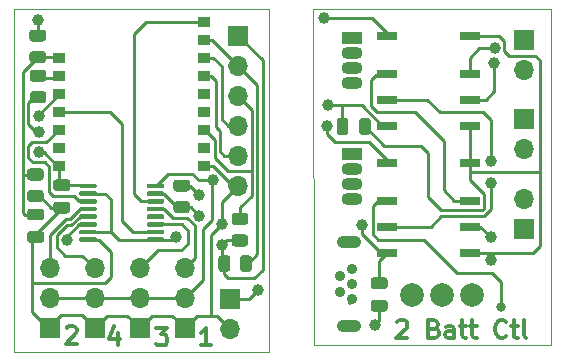
<source format=gbr>
%TF.GenerationSoftware,KiCad,Pcbnew,(5.1.7)-1*%
%TF.CreationDate,2021-06-20T23:27:28+01:00*%
%TF.ProjectId,RcDev,52634465-762e-46b6-9963-61645f706362,rev?*%
%TF.SameCoordinates,Original*%
%TF.FileFunction,Copper,L1,Top*%
%TF.FilePolarity,Positive*%
%FSLAX46Y46*%
G04 Gerber Fmt 4.6, Leading zero omitted, Abs format (unit mm)*
G04 Created by KiCad (PCBNEW (5.1.7)-1) date 2021-06-20 23:27:28*
%MOMM*%
%LPD*%
G01*
G04 APERTURE LIST*
%TA.AperFunction,Profile*%
%ADD10C,0.050000*%
%TD*%
%TA.AperFunction,NonConductor*%
%ADD11C,0.300000*%
%TD*%
%TA.AperFunction,ComponentPad*%
%ADD12O,1.700000X1.700000*%
%TD*%
%TA.AperFunction,ComponentPad*%
%ADD13R,1.700000X1.700000*%
%TD*%
%TA.AperFunction,ComponentPad*%
%ADD14C,2.000000*%
%TD*%
%TA.AperFunction,ComponentPad*%
%ADD15C,0.900000*%
%TD*%
%TA.AperFunction,ComponentPad*%
%ADD16O,2.050000X1.050000*%
%TD*%
%TA.AperFunction,ComponentPad*%
%ADD17O,1.800000X1.070000*%
%TD*%
%TA.AperFunction,ComponentPad*%
%ADD18R,1.800000X1.070000*%
%TD*%
%TA.AperFunction,SMDPad,CuDef*%
%ADD19R,1.800000X0.800000*%
%TD*%
%TA.AperFunction,SMDPad,CuDef*%
%ADD20R,1.000000X0.900000*%
%TD*%
%TA.AperFunction,ViaPad*%
%ADD21C,1.000000*%
%TD*%
%TA.AperFunction,ViaPad*%
%ADD22C,0.800000*%
%TD*%
%TA.AperFunction,Conductor*%
%ADD23C,0.250000*%
%TD*%
G04 APERTURE END LIST*
D10*
X131038600Y-50292000D02*
X151130000Y-50292000D01*
X105689400Y-50266600D02*
X105664000Y-79349600D01*
X127254000Y-50292000D02*
X105689400Y-50266600D01*
X127279400Y-79349600D02*
X127254000Y-50292000D01*
X105664000Y-79349600D02*
X127279400Y-79349600D01*
X131064000Y-78765400D02*
X131038600Y-50292000D01*
X151130000Y-78740000D02*
X131064000Y-78765400D01*
X151130000Y-50292000D02*
X151130000Y-78740000D01*
D11*
X114484114Y-77707371D02*
X114484114Y-78707371D01*
X114126971Y-77135942D02*
X113769828Y-78207371D01*
X114698400Y-78207371D01*
X117737000Y-77283571D02*
X118665571Y-77283571D01*
X118165571Y-77855000D01*
X118379857Y-77855000D01*
X118522714Y-77926428D01*
X118594142Y-77997857D01*
X118665571Y-78140714D01*
X118665571Y-78497857D01*
X118594142Y-78640714D01*
X118522714Y-78712142D01*
X118379857Y-78783571D01*
X117951285Y-78783571D01*
X117808428Y-78712142D01*
X117737000Y-78640714D01*
X110137628Y-77274028D02*
X110209057Y-77202600D01*
X110351914Y-77131171D01*
X110709057Y-77131171D01*
X110851914Y-77202600D01*
X110923342Y-77274028D01*
X110994771Y-77416885D01*
X110994771Y-77559742D01*
X110923342Y-77774028D01*
X110066200Y-78631171D01*
X110994771Y-78631171D01*
X122348571Y-78783571D02*
X121491428Y-78783571D01*
X121920000Y-78783571D02*
X121920000Y-77283571D01*
X121777142Y-77497857D01*
X121634285Y-77640714D01*
X121491428Y-77712142D01*
X138132228Y-76791428D02*
X138203657Y-76720000D01*
X138346514Y-76648571D01*
X138703657Y-76648571D01*
X138846514Y-76720000D01*
X138917942Y-76791428D01*
X138989371Y-76934285D01*
X138989371Y-77077142D01*
X138917942Y-77291428D01*
X138060800Y-78148571D01*
X138989371Y-78148571D01*
X141275085Y-77362857D02*
X141489371Y-77434285D01*
X141560800Y-77505714D01*
X141632228Y-77648571D01*
X141632228Y-77862857D01*
X141560800Y-78005714D01*
X141489371Y-78077142D01*
X141346514Y-78148571D01*
X140775085Y-78148571D01*
X140775085Y-76648571D01*
X141275085Y-76648571D01*
X141417942Y-76720000D01*
X141489371Y-76791428D01*
X141560800Y-76934285D01*
X141560800Y-77077142D01*
X141489371Y-77220000D01*
X141417942Y-77291428D01*
X141275085Y-77362857D01*
X140775085Y-77362857D01*
X142917942Y-78148571D02*
X142917942Y-77362857D01*
X142846514Y-77220000D01*
X142703657Y-77148571D01*
X142417942Y-77148571D01*
X142275085Y-77220000D01*
X142917942Y-78077142D02*
X142775085Y-78148571D01*
X142417942Y-78148571D01*
X142275085Y-78077142D01*
X142203657Y-77934285D01*
X142203657Y-77791428D01*
X142275085Y-77648571D01*
X142417942Y-77577142D01*
X142775085Y-77577142D01*
X142917942Y-77505714D01*
X143417942Y-77148571D02*
X143989371Y-77148571D01*
X143632228Y-76648571D02*
X143632228Y-77934285D01*
X143703657Y-78077142D01*
X143846514Y-78148571D01*
X143989371Y-78148571D01*
X144275085Y-77148571D02*
X144846514Y-77148571D01*
X144489371Y-76648571D02*
X144489371Y-77934285D01*
X144560800Y-78077142D01*
X144703657Y-78148571D01*
X144846514Y-78148571D01*
X147346514Y-78005714D02*
X147275085Y-78077142D01*
X147060800Y-78148571D01*
X146917942Y-78148571D01*
X146703657Y-78077142D01*
X146560800Y-77934285D01*
X146489371Y-77791428D01*
X146417942Y-77505714D01*
X146417942Y-77291428D01*
X146489371Y-77005714D01*
X146560800Y-76862857D01*
X146703657Y-76720000D01*
X146917942Y-76648571D01*
X147060800Y-76648571D01*
X147275085Y-76720000D01*
X147346514Y-76791428D01*
X147775085Y-77148571D02*
X148346514Y-77148571D01*
X147989371Y-76648571D02*
X147989371Y-77934285D01*
X148060800Y-78077142D01*
X148203657Y-78148571D01*
X148346514Y-78148571D01*
X149060800Y-78148571D02*
X148917942Y-78077142D01*
X148846514Y-77934285D01*
X148846514Y-76648571D01*
D12*
%TO.P,J9,2*%
%TO.N,/2+*%
X148869400Y-66395600D03*
D13*
%TO.P,J9,1*%
%TO.N,/2-*%
X148869400Y-68935600D03*
%TD*%
D12*
%TO.P,J6,2*%
%TO.N,/O-*%
X148844000Y-55499000D03*
D13*
%TO.P,J6,1*%
%TO.N,/O+*%
X148844000Y-52959000D03*
%TD*%
%TO.P,J10,1*%
%TO.N,Net-(J10-Pad1)*%
X123977400Y-74828400D03*
D12*
%TO.P,J10,2*%
%TO.N,GND*%
X123977400Y-77368400D03*
%TD*%
D14*
%TO.P,SW1,3*%
%TO.N,N/C*%
X139369800Y-74498200D03*
%TO.P,SW1,2*%
%TO.N,Net-(K2-Pad2)*%
X141909800Y-74498200D03*
%TO.P,SW1,1*%
%TO.N,/O+*%
X144449800Y-74498200D03*
%TD*%
D15*
%TO.P,J7,4*%
%TO.N,N/C*%
X133291500Y-74246500D03*
%TO.P,J7,2*%
X133291500Y-72946500D03*
%TO.P,J7,5*%
%TO.N,GND1*%
X134291500Y-74896500D03*
%TO.P,J7,1*%
%TO.N,Net-(J7-Pad1)*%
X134291500Y-72296500D03*
%TO.P,J7,3*%
%TO.N,N/C*%
X134291500Y-73596500D03*
D16*
%TO.P,J7,6*%
%TO.N,GND1*%
X134021500Y-77171500D03*
X134021500Y-70021500D03*
%TD*%
D17*
%TO.P,D2,4*%
%TO.N,N/C*%
X134289800Y-66421000D03*
%TO.P,D2,3*%
%TO.N,Net-(D2-Pad3)*%
X134289800Y-65151000D03*
%TO.P,D2,2*%
%TO.N,Net-(D2-Pad2)*%
X134289800Y-63881000D03*
D18*
%TO.P,D2,1*%
%TO.N,Net-(D2-Pad1)*%
X134289800Y-62611000D03*
%TD*%
%TO.P,R4,2*%
%TO.N,/Flash*%
%TA.AperFunction,SMDPad,CuDef*%
G36*
G01*
X125265601Y-68586400D02*
X124365599Y-68586400D01*
G75*
G02*
X124115600Y-68336401I0J249999D01*
G01*
X124115600Y-67811399D01*
G75*
G02*
X124365599Y-67561400I249999J0D01*
G01*
X125265601Y-67561400D01*
G75*
G02*
X125515600Y-67811399I0J-249999D01*
G01*
X125515600Y-68336401D01*
G75*
G02*
X125265601Y-68586400I-249999J0D01*
G01*
G37*
%TD.AperFunction*%
%TO.P,R4,1*%
%TO.N,+3V3*%
%TA.AperFunction,SMDPad,CuDef*%
G36*
G01*
X125265601Y-70411400D02*
X124365599Y-70411400D01*
G75*
G02*
X124115600Y-70161401I0J249999D01*
G01*
X124115600Y-69636399D01*
G75*
G02*
X124365599Y-69386400I249999J0D01*
G01*
X125265601Y-69386400D01*
G75*
G02*
X125515600Y-69636399I0J-249999D01*
G01*
X125515600Y-70161401D01*
G75*
G02*
X125265601Y-70411400I-249999J0D01*
G01*
G37*
%TD.AperFunction*%
%TD*%
D12*
%TO.P,J5,3*%
%TO.N,/CH1*%
X120142000Y-72263000D03*
%TO.P,J5,2*%
%TO.N,+BATT*%
X120142000Y-74803000D03*
D13*
%TO.P,J5,1*%
%TO.N,GND*%
X120142000Y-77343000D03*
%TD*%
%TO.P,R5,2*%
%TO.N,/RST*%
%TA.AperFunction,SMDPad,CuDef*%
G36*
G01*
X124809200Y-72306601D02*
X124809200Y-71406599D01*
G75*
G02*
X125059199Y-71156600I249999J0D01*
G01*
X125584201Y-71156600D01*
G75*
G02*
X125834200Y-71406599I0J-249999D01*
G01*
X125834200Y-72306601D01*
G75*
G02*
X125584201Y-72556600I-249999J0D01*
G01*
X125059199Y-72556600D01*
G75*
G02*
X124809200Y-72306601I0J249999D01*
G01*
G37*
%TD.AperFunction*%
%TO.P,R5,1*%
%TO.N,+3V3*%
%TA.AperFunction,SMDPad,CuDef*%
G36*
G01*
X122984200Y-72306601D02*
X122984200Y-71406599D01*
G75*
G02*
X123234199Y-71156600I249999J0D01*
G01*
X123759201Y-71156600D01*
G75*
G02*
X124009200Y-71406599I0J-249999D01*
G01*
X124009200Y-72306601D01*
G75*
G02*
X123759201Y-72556600I-249999J0D01*
G01*
X123234199Y-72556600D01*
G75*
G02*
X122984200Y-72306601I0J249999D01*
G01*
G37*
%TD.AperFunction*%
%TD*%
%TO.P,U1,16*%
%TO.N,+BATT*%
%TA.AperFunction,SMDPad,CuDef*%
G36*
G01*
X116933000Y-65389000D02*
X116933000Y-65189000D01*
G75*
G02*
X117033000Y-65089000I100000J0D01*
G01*
X118308000Y-65089000D01*
G75*
G02*
X118408000Y-65189000I0J-100000D01*
G01*
X118408000Y-65389000D01*
G75*
G02*
X118308000Y-65489000I-100000J0D01*
G01*
X117033000Y-65489000D01*
G75*
G02*
X116933000Y-65389000I0J100000D01*
G01*
G37*
%TD.AperFunction*%
%TO.P,U1,15*%
%TO.N,Net-(R1-Pad2)*%
%TA.AperFunction,SMDPad,CuDef*%
G36*
G01*
X116933000Y-66039000D02*
X116933000Y-65839000D01*
G75*
G02*
X117033000Y-65739000I100000J0D01*
G01*
X118308000Y-65739000D01*
G75*
G02*
X118408000Y-65839000I0J-100000D01*
G01*
X118408000Y-66039000D01*
G75*
G02*
X118308000Y-66139000I-100000J0D01*
G01*
X117033000Y-66139000D01*
G75*
G02*
X116933000Y-66039000I0J100000D01*
G01*
G37*
%TD.AperFunction*%
%TO.P,U1,14*%
%TO.N,Net-(U1-Pad14)*%
%TA.AperFunction,SMDPad,CuDef*%
G36*
G01*
X116933000Y-66689000D02*
X116933000Y-66489000D01*
G75*
G02*
X117033000Y-66389000I100000J0D01*
G01*
X118308000Y-66389000D01*
G75*
G02*
X118408000Y-66489000I0J-100000D01*
G01*
X118408000Y-66689000D01*
G75*
G02*
X118308000Y-66789000I-100000J0D01*
G01*
X117033000Y-66789000D01*
G75*
G02*
X116933000Y-66689000I0J100000D01*
G01*
G37*
%TD.AperFunction*%
%TO.P,U1,13*%
%TO.N,/CH1*%
%TA.AperFunction,SMDPad,CuDef*%
G36*
G01*
X116933000Y-67339000D02*
X116933000Y-67139000D01*
G75*
G02*
X117033000Y-67039000I100000J0D01*
G01*
X118308000Y-67039000D01*
G75*
G02*
X118408000Y-67139000I0J-100000D01*
G01*
X118408000Y-67339000D01*
G75*
G02*
X118308000Y-67439000I-100000J0D01*
G01*
X117033000Y-67439000D01*
G75*
G02*
X116933000Y-67339000I0J100000D01*
G01*
G37*
%TD.AperFunction*%
%TO.P,U1,12*%
%TO.N,N/C*%
%TA.AperFunction,SMDPad,CuDef*%
G36*
G01*
X116933000Y-67989000D02*
X116933000Y-67789000D01*
G75*
G02*
X117033000Y-67689000I100000J0D01*
G01*
X118308000Y-67689000D01*
G75*
G02*
X118408000Y-67789000I0J-100000D01*
G01*
X118408000Y-67989000D01*
G75*
G02*
X118308000Y-68089000I-100000J0D01*
G01*
X117033000Y-68089000D01*
G75*
G02*
X116933000Y-67989000I0J100000D01*
G01*
G37*
%TD.AperFunction*%
%TO.P,U1,11*%
%TO.N,/CH3*%
%TA.AperFunction,SMDPad,CuDef*%
G36*
G01*
X116933000Y-68639000D02*
X116933000Y-68439000D01*
G75*
G02*
X117033000Y-68339000I100000J0D01*
G01*
X118308000Y-68339000D01*
G75*
G02*
X118408000Y-68439000I0J-100000D01*
G01*
X118408000Y-68639000D01*
G75*
G02*
X118308000Y-68739000I-100000J0D01*
G01*
X117033000Y-68739000D01*
G75*
G02*
X116933000Y-68639000I0J100000D01*
G01*
G37*
%TD.AperFunction*%
%TO.P,U1,10*%
%TO.N,Net-(U1-Pad10)*%
%TA.AperFunction,SMDPad,CuDef*%
G36*
G01*
X116933000Y-69289000D02*
X116933000Y-69089000D01*
G75*
G02*
X117033000Y-68989000I100000J0D01*
G01*
X118308000Y-68989000D01*
G75*
G02*
X118408000Y-69089000I0J-100000D01*
G01*
X118408000Y-69289000D01*
G75*
G02*
X118308000Y-69389000I-100000J0D01*
G01*
X117033000Y-69389000D01*
G75*
G02*
X116933000Y-69289000I0J100000D01*
G01*
G37*
%TD.AperFunction*%
%TO.P,U1,9*%
%TO.N,Net-(R1-Pad2)*%
%TA.AperFunction,SMDPad,CuDef*%
G36*
G01*
X116933000Y-69939000D02*
X116933000Y-69739000D01*
G75*
G02*
X117033000Y-69639000I100000J0D01*
G01*
X118308000Y-69639000D01*
G75*
G02*
X118408000Y-69739000I0J-100000D01*
G01*
X118408000Y-69939000D01*
G75*
G02*
X118308000Y-70039000I-100000J0D01*
G01*
X117033000Y-70039000D01*
G75*
G02*
X116933000Y-69939000I0J100000D01*
G01*
G37*
%TD.AperFunction*%
%TO.P,U1,8*%
%TO.N,GND*%
%TA.AperFunction,SMDPad,CuDef*%
G36*
G01*
X111208000Y-69939000D02*
X111208000Y-69739000D01*
G75*
G02*
X111308000Y-69639000I100000J0D01*
G01*
X112583000Y-69639000D01*
G75*
G02*
X112683000Y-69739000I0J-100000D01*
G01*
X112683000Y-69939000D01*
G75*
G02*
X112583000Y-70039000I-100000J0D01*
G01*
X111308000Y-70039000D01*
G75*
G02*
X111208000Y-69939000I0J100000D01*
G01*
G37*
%TD.AperFunction*%
%TO.P,U1,7*%
%TO.N,Net-(R1-Pad2)*%
%TA.AperFunction,SMDPad,CuDef*%
G36*
G01*
X111208000Y-69289000D02*
X111208000Y-69089000D01*
G75*
G02*
X111308000Y-68989000I100000J0D01*
G01*
X112583000Y-68989000D01*
G75*
G02*
X112683000Y-69089000I0J-100000D01*
G01*
X112683000Y-69289000D01*
G75*
G02*
X112583000Y-69389000I-100000J0D01*
G01*
X111308000Y-69389000D01*
G75*
G02*
X111208000Y-69289000I0J100000D01*
G01*
G37*
%TD.AperFunction*%
%TO.P,U1,6*%
%TO.N,Net-(U1-Pad6)*%
%TA.AperFunction,SMDPad,CuDef*%
G36*
G01*
X111208000Y-68639000D02*
X111208000Y-68439000D01*
G75*
G02*
X111308000Y-68339000I100000J0D01*
G01*
X112583000Y-68339000D01*
G75*
G02*
X112683000Y-68439000I0J-100000D01*
G01*
X112683000Y-68639000D01*
G75*
G02*
X112583000Y-68739000I-100000J0D01*
G01*
X111308000Y-68739000D01*
G75*
G02*
X111208000Y-68639000I0J100000D01*
G01*
G37*
%TD.AperFunction*%
%TO.P,U1,5*%
%TO.N,/CH4*%
%TA.AperFunction,SMDPad,CuDef*%
G36*
G01*
X111208000Y-67989000D02*
X111208000Y-67789000D01*
G75*
G02*
X111308000Y-67689000I100000J0D01*
G01*
X112583000Y-67689000D01*
G75*
G02*
X112683000Y-67789000I0J-100000D01*
G01*
X112683000Y-67989000D01*
G75*
G02*
X112583000Y-68089000I-100000J0D01*
G01*
X111308000Y-68089000D01*
G75*
G02*
X111208000Y-67989000I0J100000D01*
G01*
G37*
%TD.AperFunction*%
%TO.P,U1,4*%
%TO.N,/CH2*%
%TA.AperFunction,SMDPad,CuDef*%
G36*
G01*
X111208000Y-67339000D02*
X111208000Y-67139000D01*
G75*
G02*
X111308000Y-67039000I100000J0D01*
G01*
X112583000Y-67039000D01*
G75*
G02*
X112683000Y-67139000I0J-100000D01*
G01*
X112683000Y-67339000D01*
G75*
G02*
X112583000Y-67439000I-100000J0D01*
G01*
X111308000Y-67439000D01*
G75*
G02*
X111208000Y-67339000I0J100000D01*
G01*
G37*
%TD.AperFunction*%
%TO.P,U1,3*%
%TO.N,Net-(U1-Pad3)*%
%TA.AperFunction,SMDPad,CuDef*%
G36*
G01*
X111208000Y-66689000D02*
X111208000Y-66489000D01*
G75*
G02*
X111308000Y-66389000I100000J0D01*
G01*
X112583000Y-66389000D01*
G75*
G02*
X112683000Y-66489000I0J-100000D01*
G01*
X112683000Y-66689000D01*
G75*
G02*
X112583000Y-66789000I-100000J0D01*
G01*
X111308000Y-66789000D01*
G75*
G02*
X111208000Y-66689000I0J100000D01*
G01*
G37*
%TD.AperFunction*%
%TO.P,U1,2*%
%TO.N,Net-(R1-Pad2)*%
%TA.AperFunction,SMDPad,CuDef*%
G36*
G01*
X111208000Y-66039000D02*
X111208000Y-65839000D01*
G75*
G02*
X111308000Y-65739000I100000J0D01*
G01*
X112583000Y-65739000D01*
G75*
G02*
X112683000Y-65839000I0J-100000D01*
G01*
X112683000Y-66039000D01*
G75*
G02*
X112583000Y-66139000I-100000J0D01*
G01*
X111308000Y-66139000D01*
G75*
G02*
X111208000Y-66039000I0J100000D01*
G01*
G37*
%TD.AperFunction*%
%TO.P,U1,1*%
%TO.N,+3V3*%
%TA.AperFunction,SMDPad,CuDef*%
G36*
G01*
X111208000Y-65389000D02*
X111208000Y-65189000D01*
G75*
G02*
X111308000Y-65089000I100000J0D01*
G01*
X112583000Y-65089000D01*
G75*
G02*
X112683000Y-65189000I0J-100000D01*
G01*
X112683000Y-65389000D01*
G75*
G02*
X112583000Y-65489000I-100000J0D01*
G01*
X111308000Y-65489000D01*
G75*
G02*
X111208000Y-65389000I0J100000D01*
G01*
G37*
%TD.AperFunction*%
%TD*%
%TO.P,R6,2*%
%TO.N,GND*%
%TA.AperFunction,SMDPad,CuDef*%
G36*
G01*
X107042799Y-65627200D02*
X107942801Y-65627200D01*
G75*
G02*
X108192800Y-65877199I0J-249999D01*
G01*
X108192800Y-66402201D01*
G75*
G02*
X107942801Y-66652200I-249999J0D01*
G01*
X107042799Y-66652200D01*
G75*
G02*
X106792800Y-66402201I0J249999D01*
G01*
X106792800Y-65877199D01*
G75*
G02*
X107042799Y-65627200I249999J0D01*
G01*
G37*
%TD.AperFunction*%
%TO.P,R6,1*%
%TO.N,Net-(C7-Pad1)*%
%TA.AperFunction,SMDPad,CuDef*%
G36*
G01*
X107042799Y-63802200D02*
X107942801Y-63802200D01*
G75*
G02*
X108192800Y-64052199I0J-249999D01*
G01*
X108192800Y-64577201D01*
G75*
G02*
X107942801Y-64827200I-249999J0D01*
G01*
X107042799Y-64827200D01*
G75*
G02*
X106792800Y-64577201I0J249999D01*
G01*
X106792800Y-64052199D01*
G75*
G02*
X107042799Y-63802200I249999J0D01*
G01*
G37*
%TD.AperFunction*%
%TD*%
%TO.P,R3,2*%
%TO.N,Net-(R3-Pad2)*%
%TA.AperFunction,SMDPad,CuDef*%
G36*
G01*
X108171401Y-56470600D02*
X107271399Y-56470600D01*
G75*
G02*
X107021400Y-56220601I0J249999D01*
G01*
X107021400Y-55695599D01*
G75*
G02*
X107271399Y-55445600I249999J0D01*
G01*
X108171401Y-55445600D01*
G75*
G02*
X108421400Y-55695599I0J-249999D01*
G01*
X108421400Y-56220601D01*
G75*
G02*
X108171401Y-56470600I-249999J0D01*
G01*
G37*
%TD.AperFunction*%
%TO.P,R3,1*%
%TO.N,+3V3*%
%TA.AperFunction,SMDPad,CuDef*%
G36*
G01*
X108171401Y-58295600D02*
X107271399Y-58295600D01*
G75*
G02*
X107021400Y-58045601I0J249999D01*
G01*
X107021400Y-57520599D01*
G75*
G02*
X107271399Y-57270600I249999J0D01*
G01*
X108171401Y-57270600D01*
G75*
G02*
X108421400Y-57520599I0J-249999D01*
G01*
X108421400Y-58045601D01*
G75*
G02*
X108171401Y-58295600I-249999J0D01*
G01*
G37*
%TD.AperFunction*%
%TD*%
%TO.P,R2,2*%
%TO.N,Net-(C7-Pad1)*%
%TA.AperFunction,SMDPad,CuDef*%
G36*
G01*
X107245999Y-53867000D02*
X108146001Y-53867000D01*
G75*
G02*
X108396000Y-54116999I0J-249999D01*
G01*
X108396000Y-54642001D01*
G75*
G02*
X108146001Y-54892000I-249999J0D01*
G01*
X107245999Y-54892000D01*
G75*
G02*
X106996000Y-54642001I0J249999D01*
G01*
X106996000Y-54116999D01*
G75*
G02*
X107245999Y-53867000I249999J0D01*
G01*
G37*
%TD.AperFunction*%
%TO.P,R2,1*%
%TO.N,Net-(J10-Pad1)*%
%TA.AperFunction,SMDPad,CuDef*%
G36*
G01*
X107245999Y-52042000D02*
X108146001Y-52042000D01*
G75*
G02*
X108396000Y-52291999I0J-249999D01*
G01*
X108396000Y-52817001D01*
G75*
G02*
X108146001Y-53067000I-249999J0D01*
G01*
X107245999Y-53067000D01*
G75*
G02*
X106996000Y-52817001I0J249999D01*
G01*
X106996000Y-52291999D01*
G75*
G02*
X107245999Y-52042000I249999J0D01*
G01*
G37*
%TD.AperFunction*%
%TD*%
%TO.P,R1,2*%
%TO.N,Net-(R1-Pad2)*%
%TA.AperFunction,SMDPad,CuDef*%
G36*
G01*
X119437999Y-66567000D02*
X120338001Y-66567000D01*
G75*
G02*
X120588000Y-66816999I0J-249999D01*
G01*
X120588000Y-67342001D01*
G75*
G02*
X120338001Y-67592000I-249999J0D01*
G01*
X119437999Y-67592000D01*
G75*
G02*
X119188000Y-67342001I0J249999D01*
G01*
X119188000Y-66816999D01*
G75*
G02*
X119437999Y-66567000I249999J0D01*
G01*
G37*
%TD.AperFunction*%
%TO.P,R1,1*%
%TO.N,+3V3*%
%TA.AperFunction,SMDPad,CuDef*%
G36*
G01*
X119437999Y-64742000D02*
X120338001Y-64742000D01*
G75*
G02*
X120588000Y-64991999I0J-249999D01*
G01*
X120588000Y-65517001D01*
G75*
G02*
X120338001Y-65767000I-249999J0D01*
G01*
X119437999Y-65767000D01*
G75*
G02*
X119188000Y-65517001I0J249999D01*
G01*
X119188000Y-64991999D01*
G75*
G02*
X119437999Y-64742000I249999J0D01*
G01*
G37*
%TD.AperFunction*%
%TD*%
D19*
%TO.P,K2,1*%
%TO.N,Net-(J7-Pad1)*%
X137279500Y-63319500D03*
%TO.P,K2,2*%
%TO.N,Net-(K2-Pad2)*%
X137279500Y-66519500D03*
%TO.P,K2,3*%
%TO.N,/2+*%
X137279500Y-68719500D03*
%TO.P,K2,4*%
%TO.N,Net-(C5-Pad1)*%
X137279500Y-70919500D03*
%TO.P,K2,5*%
%TO.N,GND1*%
X144279500Y-70919500D03*
%TO.P,K2,6*%
%TO.N,/2-*%
X144279500Y-68719500D03*
%TO.P,K2,7*%
%TO.N,Net-(K1-Pad2)*%
X144279500Y-66519500D03*
%TO.P,K2,8*%
%TO.N,GND1*%
X144279500Y-63319500D03*
%TD*%
%TO.P,K1,1*%
%TO.N,Net-(J7-Pad1)*%
X137279500Y-52588000D03*
%TO.P,K1,2*%
%TO.N,Net-(K1-Pad2)*%
X137279500Y-55788000D03*
%TO.P,K1,3*%
%TO.N,/1+*%
X137279500Y-57988000D03*
%TO.P,K1,4*%
%TO.N,Net-(C3-Pad1)*%
X137279500Y-60188000D03*
%TO.P,K1,5*%
%TO.N,GND1*%
X144279500Y-60188000D03*
%TO.P,K1,6*%
%TO.N,/1-*%
X144279500Y-57988000D03*
%TO.P,K1,7*%
%TO.N,/O-*%
X144279500Y-55788000D03*
%TO.P,K1,8*%
%TO.N,GND1*%
X144279500Y-52588000D03*
%TD*%
D12*
%TO.P,J8,2*%
%TO.N,/1+*%
X148869400Y-62179200D03*
D13*
%TO.P,J8,1*%
%TO.N,/1-*%
X148869400Y-59639200D03*
%TD*%
D12*
%TO.P,J4,3*%
%TO.N,/CH2*%
X108712000Y-72263000D03*
%TO.P,J4,2*%
%TO.N,+BATT*%
X108712000Y-74803000D03*
D13*
%TO.P,J4,1*%
%TO.N,GND*%
X108712000Y-77343000D03*
%TD*%
D12*
%TO.P,J2,3*%
%TO.N,/CH3*%
X116332000Y-72263000D03*
%TO.P,J2,2*%
%TO.N,+BATT*%
X116332000Y-74803000D03*
D13*
%TO.P,J2,1*%
%TO.N,GND*%
X116332000Y-77343000D03*
%TD*%
D12*
%TO.P,J1,3*%
%TO.N,/CH4*%
X112522000Y-72263000D03*
%TO.P,J1,2*%
%TO.N,+BATT*%
X112522000Y-74803000D03*
D13*
%TO.P,J1,1*%
%TO.N,GND*%
X112522000Y-77343000D03*
%TD*%
D17*
%TO.P,D1,4*%
%TO.N,N/C*%
X134289800Y-56565800D03*
%TO.P,D1,3*%
%TO.N,Net-(D1-Pad3)*%
X134289800Y-55295800D03*
%TO.P,D1,2*%
%TO.N,Net-(D1-Pad2)*%
X134289800Y-54025800D03*
D18*
%TO.P,D1,1*%
%TO.N,Net-(D1-Pad1)*%
X134289800Y-52755800D03*
%TD*%
%TO.P,C5,2*%
%TO.N,GND1*%
%TA.AperFunction,SMDPad,CuDef*%
G36*
G01*
X136126200Y-74922800D02*
X137076200Y-74922800D01*
G75*
G02*
X137326200Y-75172800I0J-250000D01*
G01*
X137326200Y-75672800D01*
G75*
G02*
X137076200Y-75922800I-250000J0D01*
G01*
X136126200Y-75922800D01*
G75*
G02*
X135876200Y-75672800I0J250000D01*
G01*
X135876200Y-75172800D01*
G75*
G02*
X136126200Y-74922800I250000J0D01*
G01*
G37*
%TD.AperFunction*%
%TO.P,C5,1*%
%TO.N,Net-(C5-Pad1)*%
%TA.AperFunction,SMDPad,CuDef*%
G36*
G01*
X136126200Y-73022800D02*
X137076200Y-73022800D01*
G75*
G02*
X137326200Y-73272800I0J-250000D01*
G01*
X137326200Y-73772800D01*
G75*
G02*
X137076200Y-74022800I-250000J0D01*
G01*
X136126200Y-74022800D01*
G75*
G02*
X135876200Y-73772800I0J250000D01*
G01*
X135876200Y-73272800D01*
G75*
G02*
X136126200Y-73022800I250000J0D01*
G01*
G37*
%TD.AperFunction*%
%TD*%
%TO.P,C3,2*%
%TO.N,GND1*%
%TA.AperFunction,SMDPad,CuDef*%
G36*
G01*
X134892200Y-60723800D02*
X134892200Y-59773800D01*
G75*
G02*
X135142200Y-59523800I250000J0D01*
G01*
X135642200Y-59523800D01*
G75*
G02*
X135892200Y-59773800I0J-250000D01*
G01*
X135892200Y-60723800D01*
G75*
G02*
X135642200Y-60973800I-250000J0D01*
G01*
X135142200Y-60973800D01*
G75*
G02*
X134892200Y-60723800I0J250000D01*
G01*
G37*
%TD.AperFunction*%
%TO.P,C3,1*%
%TO.N,Net-(C3-Pad1)*%
%TA.AperFunction,SMDPad,CuDef*%
G36*
G01*
X132992200Y-60723800D02*
X132992200Y-59773800D01*
G75*
G02*
X133242200Y-59523800I250000J0D01*
G01*
X133742200Y-59523800D01*
G75*
G02*
X133992200Y-59773800I0J-250000D01*
G01*
X133992200Y-60723800D01*
G75*
G02*
X133742200Y-60973800I-250000J0D01*
G01*
X133242200Y-60973800D01*
G75*
G02*
X132992200Y-60723800I0J250000D01*
G01*
G37*
%TD.AperFunction*%
%TD*%
%TO.P,C2,2*%
%TO.N,GND*%
%TA.AperFunction,SMDPad,CuDef*%
G36*
G01*
X109253000Y-66617000D02*
X110203000Y-66617000D01*
G75*
G02*
X110453000Y-66867000I0J-250000D01*
G01*
X110453000Y-67367000D01*
G75*
G02*
X110203000Y-67617000I-250000J0D01*
G01*
X109253000Y-67617000D01*
G75*
G02*
X109003000Y-67367000I0J250000D01*
G01*
X109003000Y-66867000D01*
G75*
G02*
X109253000Y-66617000I250000J0D01*
G01*
G37*
%TD.AperFunction*%
%TO.P,C2,1*%
%TO.N,+3V3*%
%TA.AperFunction,SMDPad,CuDef*%
G36*
G01*
X109253000Y-64717000D02*
X110203000Y-64717000D01*
G75*
G02*
X110453000Y-64967000I0J-250000D01*
G01*
X110453000Y-65467000D01*
G75*
G02*
X110203000Y-65717000I-250000J0D01*
G01*
X109253000Y-65717000D01*
G75*
G02*
X109003000Y-65467000I0J250000D01*
G01*
X109003000Y-64967000D01*
G75*
G02*
X109253000Y-64717000I250000J0D01*
G01*
G37*
%TD.AperFunction*%
%TD*%
D20*
%TO.P,U2,7*%
%TO.N,+3V3*%
X109474000Y-63563500D03*
%TO.P,U2,6*%
%TO.N,N/C*%
X109474000Y-62039500D03*
%TO.P,U2,5*%
%TO.N,Net-(U1-Pad3)*%
X109474000Y-60515500D03*
%TO.P,U2,4*%
%TO.N,Net-(U1-Pad10)*%
X109474000Y-58991500D03*
%TO.P,U2,3*%
%TO.N,Net-(U1-Pad6)*%
X109474000Y-57467500D03*
%TO.P,U2,2*%
%TO.N,Net-(R3-Pad2)*%
X109474000Y-55943500D03*
%TO.P,U2,1*%
%TO.N,Net-(C7-Pad1)*%
X109474000Y-54419500D03*
%TO.P,U2,8*%
%TO.N,GND*%
X121793000Y-63563500D03*
%TO.P,U2,9*%
%TO.N,N/C*%
X121793000Y-62039500D03*
%TO.P,U2,10*%
%TO.N,/Flash*%
X121793000Y-60515500D03*
%TO.P,U2,11*%
%TO.N,N/C*%
X121793000Y-58991500D03*
%TO.P,U2,12*%
X121793000Y-57467500D03*
%TO.P,U2,13*%
%TO.N,/Rx*%
X121793000Y-55943500D03*
%TO.P,U2,14*%
%TO.N,/Tx*%
X121793000Y-54419500D03*
%TO.P,U2,15*%
%TO.N,/RST*%
X121793000Y-52895500D03*
%TO.P,U2,16*%
%TO.N,Net-(U1-Pad14)*%
X121793000Y-51371500D03*
%TD*%
D13*
%TO.P,J3,1*%
%TO.N,+3V3*%
X124650500Y-52578000D03*
D12*
%TO.P,J3,2*%
%TO.N,/RST*%
X124650500Y-55118000D03*
%TO.P,J3,3*%
%TO.N,/Flash*%
X124650500Y-57658000D03*
%TO.P,J3,4*%
%TO.N,/Tx*%
X124650500Y-60198000D03*
%TO.P,J3,5*%
%TO.N,/Rx*%
X124650500Y-62738000D03*
%TO.P,J3,6*%
%TO.N,GND*%
X124650500Y-65278000D03*
%TD*%
%TO.P,C7,1*%
%TO.N,Net-(C7-Pad1)*%
%TA.AperFunction,SMDPad,CuDef*%
G36*
G01*
X107043200Y-67206200D02*
X107993200Y-67206200D01*
G75*
G02*
X108243200Y-67456200I0J-250000D01*
G01*
X108243200Y-67956200D01*
G75*
G02*
X107993200Y-68206200I-250000J0D01*
G01*
X107043200Y-68206200D01*
G75*
G02*
X106793200Y-67956200I0J250000D01*
G01*
X106793200Y-67456200D01*
G75*
G02*
X107043200Y-67206200I250000J0D01*
G01*
G37*
%TD.AperFunction*%
%TO.P,C7,2*%
%TO.N,GND*%
%TA.AperFunction,SMDPad,CuDef*%
G36*
G01*
X107043200Y-69106200D02*
X107993200Y-69106200D01*
G75*
G02*
X108243200Y-69356200I0J-250000D01*
G01*
X108243200Y-69856200D01*
G75*
G02*
X107993200Y-70106200I-250000J0D01*
G01*
X107043200Y-70106200D01*
G75*
G02*
X106793200Y-69856200I0J250000D01*
G01*
X106793200Y-69356200D01*
G75*
G02*
X107043200Y-69106200I250000J0D01*
G01*
G37*
%TD.AperFunction*%
%TD*%
D21*
%TO.N,GND*%
X123269156Y-68526253D03*
%TO.N,+3V3*%
X123317000Y-70307206D03*
X121361200Y-66065402D03*
X107772200Y-62406811D03*
X107772196Y-60756800D03*
%TO.N,Net-(C3-Pad1)*%
X132247705Y-58464686D03*
%TO.N,Net-(C5-Pad1)*%
X135178798Y-68554600D03*
%TO.N,+BATT*%
X122529238Y-64794894D03*
%TO.N,Net-(J7-Pad1)*%
X131927600Y-51054000D03*
X132181600Y-60248800D03*
D22*
%TO.N,Net-(K2-Pad2)*%
X146888200Y-75514200D03*
D21*
%TO.N,Net-(R1-Pad2)*%
X119380000Y-69596000D03*
X121361200Y-67792600D03*
%TO.N,Net-(U1-Pad6)*%
X110185200Y-69824600D03*
X107825401Y-59381155D03*
%TO.N,/1+*%
X146075400Y-63169800D03*
%TO.N,/1-*%
X146354800Y-54864002D03*
%TO.N,/2+*%
X146075400Y-64998600D03*
%TO.N,/2-*%
X146075400Y-69646800D03*
%TO.N,GND1*%
X136245600Y-77063600D03*
X146075402Y-71577200D03*
%TO.N,Net-(J10-Pad1)*%
X126314200Y-74066400D03*
X107696000Y-51257200D03*
%TO.N,/O-*%
X146380200Y-53644800D03*
%TD*%
D23*
%TO.N,GND*%
X112892000Y-69839000D02*
X111945500Y-69839000D01*
X113919000Y-70866000D02*
X112892000Y-69839000D01*
X113919000Y-73025000D02*
X113919000Y-70866000D01*
X113411000Y-73533000D02*
X113919000Y-73025000D01*
X107188000Y-73533000D02*
X113411000Y-73533000D01*
X123269156Y-66659344D02*
X123269156Y-68526253D01*
X124650500Y-65278000D02*
X123269156Y-66659344D01*
X122543000Y-63563500D02*
X124257500Y-65278000D01*
X124257500Y-65278000D02*
X124650500Y-65278000D01*
X121793000Y-63563500D02*
X122543000Y-63563500D01*
X123269156Y-68526253D02*
X122326400Y-69469009D01*
X108712000Y-77343000D02*
X108712000Y-77139800D01*
X108712000Y-77139800D02*
X109626400Y-76225400D01*
X111404400Y-76225400D02*
X112522000Y-77343000D01*
X109626400Y-76225400D02*
X111404400Y-76225400D01*
X112522000Y-77343000D02*
X112522000Y-77317600D01*
X112522000Y-77317600D02*
X113538000Y-76301600D01*
X115290600Y-76301600D02*
X116332000Y-77343000D01*
X113538000Y-76301600D02*
X115290600Y-76301600D01*
X116332000Y-77343000D02*
X116332000Y-77317600D01*
X116332000Y-77317600D02*
X117373400Y-76276200D01*
X117373400Y-76276200D02*
X119075200Y-76276200D01*
X119075200Y-76276200D02*
X120142000Y-77343000D01*
X107492800Y-66139700D02*
X107846500Y-66139700D01*
X108823800Y-67117000D02*
X109728000Y-67117000D01*
X107846500Y-66139700D02*
X108823800Y-67117000D01*
X107518200Y-69326800D02*
X107518200Y-69606200D01*
X109728000Y-67117000D02*
X107518200Y-69326800D01*
X107188000Y-69936400D02*
X107518200Y-69606200D01*
X107188000Y-73914000D02*
X107188000Y-69936400D01*
X107188000Y-73533000D02*
X107188000Y-73914000D01*
X122326400Y-69469009D02*
X122326400Y-74295000D01*
X122326400Y-74295000D02*
X122326400Y-76301600D01*
X121183400Y-76301600D02*
X120142000Y-77343000D01*
X122910600Y-76301600D02*
X123977400Y-77368400D01*
X121932700Y-76301600D02*
X122910600Y-76301600D01*
X122326400Y-76301600D02*
X121932700Y-76301600D01*
X121932700Y-76301600D02*
X121183400Y-76301600D01*
X108572300Y-77343000D02*
X107188000Y-75958700D01*
X108712000Y-77343000D02*
X108572300Y-77343000D01*
X107188000Y-73914000D02*
X107188000Y-75958700D01*
%TO.N,+3V3*%
X109982000Y-64963000D02*
X109728000Y-65217000D01*
X111873500Y-65217000D02*
X111945500Y-65289000D01*
X109728000Y-65217000D02*
X111873500Y-65217000D01*
X123340500Y-71731500D02*
X123317000Y-71755000D01*
X106870999Y-58379501D02*
X106870999Y-60071499D01*
X106870999Y-58252501D02*
X106870999Y-60071499D01*
X107188000Y-57935500D02*
X106870999Y-58252501D01*
X109474000Y-64963000D02*
X109728000Y-65217000D01*
X109474000Y-63563500D02*
X109474000Y-64963000D01*
X123445900Y-71629900D02*
X123317000Y-71501000D01*
X123317000Y-71501000D02*
X123317000Y-71755000D01*
X123317000Y-70104000D02*
X123317000Y-71501000D01*
X124650500Y-52578000D02*
X126725521Y-54653021D01*
X124815600Y-69898900D02*
X123725306Y-69898900D01*
X123725306Y-69898900D02*
X123317000Y-70307206D01*
X123317000Y-70294500D02*
X123317000Y-70307206D01*
X123420500Y-70191000D02*
X123317000Y-70294500D01*
X119888000Y-65254500D02*
X120550298Y-65254500D01*
X120550298Y-65254500D02*
X121361200Y-66065402D01*
X123496700Y-71856600D02*
X123496700Y-72772900D01*
X123496700Y-72772900D02*
X123774200Y-73050400D01*
X126044642Y-73050400D02*
X126725521Y-72369521D01*
X123774200Y-73050400D02*
X126044642Y-73050400D01*
X126725521Y-54653021D02*
X126725521Y-72369521D01*
X107556300Y-60756800D02*
X107772196Y-60756800D01*
X106870999Y-60071499D02*
X107556300Y-60756800D01*
X107772200Y-62406811D02*
X108203011Y-62406811D01*
X109359700Y-63563500D02*
X109474000Y-63563500D01*
X108203011Y-62406811D02*
X109359700Y-63563500D01*
%TO.N,Net-(C3-Pad1)*%
X133492200Y-58506400D02*
X133533914Y-58464686D01*
X133492200Y-60248800D02*
X133492200Y-58506400D01*
X133533914Y-58464686D02*
X132247705Y-58464686D01*
X135111686Y-58464686D02*
X134930914Y-58464686D01*
X135146276Y-58464686D02*
X136869590Y-60188000D01*
X133851886Y-58464686D02*
X135146276Y-58464686D01*
X136869590Y-60188000D02*
X137279500Y-60188000D01*
X134930914Y-58464686D02*
X133851886Y-58464686D01*
X133851886Y-58464686D02*
X133533914Y-58464686D01*
%TO.N,Net-(C5-Pad1)*%
X135178798Y-69318798D02*
X135178798Y-68554600D01*
X136779500Y-70919500D02*
X135178798Y-69318798D01*
X137279500Y-70919500D02*
X136779500Y-70919500D01*
X136601200Y-71597800D02*
X137279500Y-70919500D01*
X136601200Y-73522800D02*
X136601200Y-71597800D01*
%TO.N,+BATT*%
X108712000Y-74803000D02*
X112522000Y-74803000D01*
X112522000Y-74803000D02*
X116332000Y-74803000D01*
X116332000Y-74803000D02*
X120142000Y-74803000D01*
X120777000Y-64262000D02*
X121309894Y-64794894D01*
X121309894Y-64794894D02*
X122529238Y-64794894D01*
X117670500Y-65289000D02*
X118697500Y-64262000D01*
X118697500Y-64262000D02*
X120777000Y-64262000D01*
X121031000Y-73914000D02*
X120142000Y-74803000D01*
X121666000Y-73279000D02*
X121031000Y-73914000D01*
X121666000Y-68961000D02*
X121666000Y-73279000D01*
X122444155Y-64879977D02*
X122444155Y-68182845D01*
X122444155Y-68182845D02*
X121666000Y-68961000D01*
X122529238Y-64794894D02*
X122444155Y-64879977D01*
%TO.N,/Flash*%
X124650500Y-57658000D02*
X125825501Y-58833001D01*
X121793000Y-60515500D02*
X121843000Y-60515500D01*
X122682000Y-61354500D02*
X122682000Y-62890400D01*
X121843000Y-60515500D02*
X122682000Y-61354500D01*
X122682000Y-62890400D02*
X123799600Y-64008000D01*
X124815600Y-67106800D02*
X125825501Y-66096899D01*
X124815600Y-68073900D02*
X124815600Y-67106800D01*
X123799600Y-64008000D02*
X125730000Y-64008000D01*
X125825501Y-64103501D02*
X125825501Y-66096899D01*
X125730000Y-64008000D02*
X125825501Y-64103501D01*
X125825501Y-58833001D02*
X125825501Y-64103501D01*
%TO.N,/RST*%
X122428000Y-52895500D02*
X124650500Y-55118000D01*
X121793000Y-52895500D02*
X122428000Y-52895500D01*
X124650500Y-55118000D02*
X126275511Y-56743011D01*
X125501400Y-71856600D02*
X126275511Y-71082489D01*
X125321700Y-71856600D02*
X125501400Y-71856600D01*
X126275511Y-56743011D02*
X126275511Y-71082489D01*
%TO.N,Net-(J7-Pad1)*%
X137279500Y-52588000D02*
X137279500Y-52341900D01*
X135991600Y-51054000D02*
X131927600Y-51054000D01*
X137279500Y-52341900D02*
X135991600Y-51054000D01*
X137279500Y-63319500D02*
X137279500Y-63111500D01*
X137279500Y-63111500D02*
X135737600Y-61569600D01*
X132181600Y-60921900D02*
X132829300Y-61569600D01*
X132181600Y-60248800D02*
X132181600Y-60921900D01*
X135737600Y-61569600D02*
X132829300Y-61569600D01*
%TO.N,Net-(K1-Pad2)*%
X136363000Y-55915000D02*
X136962000Y-55915000D01*
X135940800Y-56337200D02*
X136363000Y-55915000D01*
X135940800Y-58534302D02*
X135940800Y-56337200D01*
X136461498Y-59055000D02*
X135940800Y-58534302D01*
X139674600Y-59055000D02*
X136461498Y-59055000D01*
X142113000Y-65659000D02*
X142113000Y-61493400D01*
X142973500Y-66519500D02*
X142113000Y-65659000D01*
X142113000Y-61493400D02*
X139674600Y-59055000D01*
X144279500Y-66519500D02*
X142973500Y-66519500D01*
%TO.N,Net-(K2-Pad2)*%
X136054499Y-69379501D02*
X136524998Y-69850000D01*
X136054499Y-66967701D02*
X136054499Y-69379501D01*
X136502700Y-66519500D02*
X136054499Y-66967701D01*
X137279500Y-66519500D02*
X136502700Y-66519500D01*
X141909800Y-71348600D02*
X140411200Y-69850000D01*
X136524998Y-69850000D02*
X140411200Y-69850000D01*
X141909800Y-71348600D02*
X143230600Y-72669400D01*
X143230600Y-72669400D02*
X146126200Y-72669400D01*
X146126200Y-72669400D02*
X146888200Y-73431400D01*
X146888200Y-75514200D02*
X146888200Y-73431400D01*
%TO.N,Net-(R3-Pad2)*%
X107291500Y-56007000D02*
X107188000Y-56110500D01*
X107418500Y-56007000D02*
X107315000Y-56110500D01*
X109307000Y-56110500D02*
X109474000Y-55943500D01*
X107315000Y-56110500D02*
X109307000Y-56110500D01*
%TO.N,/Tx*%
X122555000Y-54419500D02*
X121793000Y-54419500D01*
X123259010Y-55123510D02*
X122555000Y-54419500D01*
X123259010Y-59632010D02*
X123259010Y-55123510D01*
X123825000Y-60198000D02*
X123259010Y-59632010D01*
X124650500Y-60198000D02*
X123825000Y-60198000D01*
%TO.N,/Rx*%
X123132010Y-60646600D02*
X123132010Y-62362510D01*
X122809000Y-60323590D02*
X123132010Y-60646600D01*
X122809000Y-56388000D02*
X122809000Y-60323590D01*
X122364500Y-55943500D02*
X122809000Y-56388000D01*
X121793000Y-55943500D02*
X122364500Y-55943500D01*
X123507500Y-62738000D02*
X123132010Y-62362510D01*
X124650500Y-62738000D02*
X123507500Y-62738000D01*
%TO.N,Net-(R1-Pad2)*%
X119499558Y-67079500D02*
X119888000Y-67079500D01*
X118359058Y-65939000D02*
X119499558Y-67079500D01*
X117670500Y-65939000D02*
X118359058Y-65939000D01*
X119137000Y-69839000D02*
X119380000Y-69596000D01*
X117670500Y-69839000D02*
X119137000Y-69839000D01*
X115559000Y-69839000D02*
X117670500Y-69839000D01*
X120648100Y-67079500D02*
X121361200Y-67792600D01*
X119888000Y-67079500D02*
X120648100Y-67079500D01*
X117670500Y-69839000D02*
X114568400Y-69839000D01*
X113868200Y-69138800D02*
X113868200Y-66421000D01*
X113386200Y-65939000D02*
X111945500Y-65939000D01*
X113868200Y-66421000D02*
X113386200Y-65939000D01*
X113918400Y-69189000D02*
X113957100Y-69227700D01*
X111945500Y-69189000D02*
X113918400Y-69189000D01*
X113957100Y-69227700D02*
X113868200Y-69138800D01*
X114568400Y-69839000D02*
X113957100Y-69227700D01*
%TO.N,Net-(U1-Pad3)*%
X110786000Y-66167000D02*
X111208000Y-66589000D01*
X108648999Y-65799199D02*
X109016800Y-66167000D01*
X108648999Y-63640199D02*
X108648999Y-65799199D01*
X108280200Y-63271400D02*
X108648999Y-63640199D01*
X107289600Y-63271400D02*
X108280200Y-63271400D01*
X106896398Y-62878198D02*
X107289600Y-63271400D01*
X106896398Y-61937402D02*
X106896398Y-62878198D01*
X107251999Y-61581801D02*
X106896398Y-61937402D01*
X108407699Y-61581801D02*
X107251999Y-61581801D01*
X111208000Y-66589000D02*
X111945500Y-66589000D01*
X109016800Y-66167000D02*
X110786000Y-66167000D01*
X109474000Y-60515500D02*
X108407699Y-61581801D01*
%TO.N,Net-(U1-Pad14)*%
X121729500Y-51435000D02*
X121793000Y-51371500D01*
X117195600Y-51435000D02*
X121729500Y-51435000D01*
X117195600Y-51435000D02*
X117475000Y-51435000D01*
X117670500Y-66589000D02*
X116449200Y-66589000D01*
X116449200Y-66589000D02*
X115824000Y-65963800D01*
X115824000Y-52451000D02*
X116840000Y-51435000D01*
X115824000Y-65963800D02*
X115824000Y-52451000D01*
X116840000Y-51435000D02*
X117195600Y-51435000D01*
%TO.N,Net-(U1-Pad10)*%
X117670500Y-69189000D02*
X115772600Y-69189000D01*
X115772600Y-69189000D02*
X114808000Y-68224400D01*
X114808000Y-68224400D02*
X114808000Y-60020200D01*
X113779300Y-58991500D02*
X111899700Y-58991500D01*
X114808000Y-60020200D02*
X113779300Y-58991500D01*
X109474000Y-58991500D02*
X111899700Y-58991500D01*
%TO.N,Net-(U1-Pad6)*%
X110185200Y-69583570D02*
X110185200Y-69824600D01*
X111945500Y-68539000D02*
X111229770Y-68539000D01*
X111229770Y-68539000D02*
X110185200Y-69583570D01*
X107823000Y-59140000D02*
X107823000Y-59378754D01*
X107823000Y-59378754D02*
X107825401Y-59381155D01*
X107825401Y-59204789D02*
X107825401Y-59381155D01*
X109474000Y-57556190D02*
X107825401Y-59204789D01*
X109474000Y-57467500D02*
X109474000Y-57556190D01*
%TO.N,/1+*%
X140665000Y-57988000D02*
X141732000Y-59055000D01*
X141732000Y-59055000D02*
X145415000Y-59055000D01*
X145415000Y-59055000D02*
X146075400Y-59715400D01*
X137279500Y-57988000D02*
X140665000Y-57988000D01*
X146075400Y-59715400D02*
X146075400Y-63169800D01*
%TO.N,/1-*%
X144279500Y-57988000D02*
X145631100Y-57988000D01*
X146354800Y-57264300D02*
X146354800Y-54864002D01*
X145631100Y-57988000D02*
X146354800Y-57264300D01*
%TO.N,/2+*%
X146075400Y-67245012D02*
X146075400Y-64998600D01*
X145451612Y-67868800D02*
X146075400Y-67245012D01*
X140957500Y-68719500D02*
X141808200Y-67868800D01*
X137279500Y-68719500D02*
X140957500Y-68719500D01*
X141808200Y-67868800D02*
X145451612Y-67868800D01*
%TO.N,/2-*%
X144279500Y-68719500D02*
X145148100Y-68719500D01*
X145148100Y-68719500D02*
X146075400Y-69646800D01*
%TO.N,GND1*%
X144279500Y-60188000D02*
X144279500Y-63319500D01*
X144279500Y-70919500D02*
X146040000Y-70919500D01*
X136245600Y-77048400D02*
X136245600Y-77063600D01*
X136601200Y-76708000D02*
X136245600Y-77063600D01*
X136601200Y-75422800D02*
X136601200Y-76708000D01*
X134021500Y-75166500D02*
X134291500Y-74896500D01*
X146040000Y-70919500D02*
X146281300Y-70919500D01*
X146281300Y-70919500D02*
X148282500Y-70919500D01*
X146075402Y-71125398D02*
X146075402Y-71577200D01*
X146278600Y-71374002D02*
X146075402Y-71577200D01*
X146278600Y-71158100D02*
X146278600Y-71374002D01*
X146281300Y-70919500D02*
X146075402Y-71125398D01*
X145351500Y-67322700D02*
X144310100Y-67322700D01*
X145504501Y-67179501D02*
X145504501Y-65926301D01*
X145361302Y-67322700D02*
X145504501Y-67179501D01*
X144310100Y-67322700D02*
X145361302Y-67322700D01*
X145272999Y-65772801D02*
X144279500Y-64779302D01*
X145504501Y-65926301D02*
X145351001Y-65772801D01*
X145351001Y-65772801D02*
X145272999Y-65772801D01*
X147205201Y-53885601D02*
X147574000Y-54254400D01*
X147205201Y-53047401D02*
X147205201Y-53885601D01*
X146745800Y-52588000D02*
X147205201Y-53047401D01*
X144279500Y-52588000D02*
X146745800Y-52588000D01*
X148942900Y-70919500D02*
X148719700Y-70919500D01*
X148719700Y-70919500D02*
X148282500Y-70919500D01*
X150215600Y-67868800D02*
X150215600Y-70358000D01*
X150215600Y-70358000D02*
X149654100Y-70919500D01*
X148942900Y-70919500D02*
X149654100Y-70919500D01*
X150215600Y-54660800D02*
X149809200Y-54254400D01*
X150215600Y-63830200D02*
X150215600Y-54660800D01*
X147574000Y-54254400D02*
X149809200Y-54254400D01*
X150215600Y-63957200D02*
X150215600Y-63830200D01*
X150081100Y-64076700D02*
X150215600Y-64211200D01*
X144279500Y-64076700D02*
X150081100Y-64076700D01*
X150215600Y-64211200D02*
X150215600Y-63957200D01*
X150215600Y-67868800D02*
X150215600Y-64211200D01*
X144279500Y-64779302D02*
X144279500Y-64076700D01*
X144279500Y-64076700D02*
X144279500Y-63319500D01*
X137043200Y-61899800D02*
X135392200Y-60248800D01*
X140131800Y-61899800D02*
X137043200Y-61899800D01*
X140766800Y-62534800D02*
X140131800Y-61899800D01*
X140766800Y-66230500D02*
X140766800Y-62534800D01*
X141859000Y-67322700D02*
X140766800Y-66230500D01*
X144310100Y-67322700D02*
X141859000Y-67322700D01*
%TO.N,/CH4*%
X111243352Y-67889000D02*
X111945500Y-67889000D01*
X110208798Y-68580000D02*
X110552352Y-68580000D01*
X109347000Y-70485000D02*
X109347000Y-69441798D01*
X109347000Y-69441798D02*
X110208798Y-68580000D01*
X110045500Y-71183500D02*
X109347000Y-70485000D01*
X110552352Y-68580000D02*
X111243352Y-67889000D01*
X111442500Y-71183500D02*
X110045500Y-71183500D01*
X112522000Y-72263000D02*
X111442500Y-71183500D01*
%TO.N,/CH3*%
X119872400Y-68539000D02*
X117670500Y-68539000D01*
X120396000Y-69062600D02*
X119872400Y-68539000D01*
X120396000Y-70180200D02*
X120396000Y-69062600D01*
X119837200Y-70739000D02*
X120396000Y-70180200D01*
X117856000Y-70739000D02*
X119837200Y-70739000D01*
X116332000Y-72263000D02*
X117856000Y-70739000D01*
%TO.N,/CH2*%
X111256942Y-67239000D02*
X111945500Y-67239000D01*
X110423942Y-68072000D02*
X111256942Y-67239000D01*
X110080388Y-68072000D02*
X110423942Y-68072000D01*
X108712000Y-69440388D02*
X110080388Y-68072000D01*
X108712000Y-72263000D02*
X108712000Y-69440388D01*
%TO.N,/CH1*%
X118408000Y-67239000D02*
X117670500Y-67239000D01*
X119137990Y-67968990D02*
X118408000Y-67239000D01*
X120343388Y-67968990D02*
X119137990Y-67968990D01*
X120991999Y-68617601D02*
X120343388Y-67968990D01*
X120991999Y-71413001D02*
X120991999Y-68617601D01*
X120142000Y-72263000D02*
X120991999Y-71413001D01*
%TO.N,Net-(J10-Pad1)*%
X125552200Y-74828400D02*
X126314200Y-74066400D01*
X123977400Y-74828400D02*
X125552200Y-74828400D01*
X107696000Y-51257200D02*
X107696000Y-52554500D01*
%TO.N,/O-*%
X144378000Y-55499000D02*
X143962000Y-55915000D01*
X145066034Y-53644800D02*
X146380200Y-53644800D01*
X144279500Y-54431334D02*
X145066034Y-53644800D01*
X144279500Y-55788000D02*
X144279500Y-54431334D01*
%TO.N,Net-(C7-Pad1)*%
X107799500Y-54483000D02*
X107696000Y-54379500D01*
X109434000Y-54379500D02*
X109474000Y-54419500D01*
X107696000Y-54379500D02*
X109434000Y-54379500D01*
X106593600Y-67706200D02*
X107518200Y-67706200D01*
X106420989Y-67533589D02*
X106593600Y-67706200D01*
X107696000Y-54379500D02*
X106420989Y-55654511D01*
X106478700Y-64314700D02*
X106420989Y-64256989D01*
X107492800Y-64314700D02*
X106478700Y-64314700D01*
X106420989Y-64256989D02*
X106420989Y-67533589D01*
X106420989Y-55654511D02*
X106420989Y-64256989D01*
%TD*%
M02*

</source>
